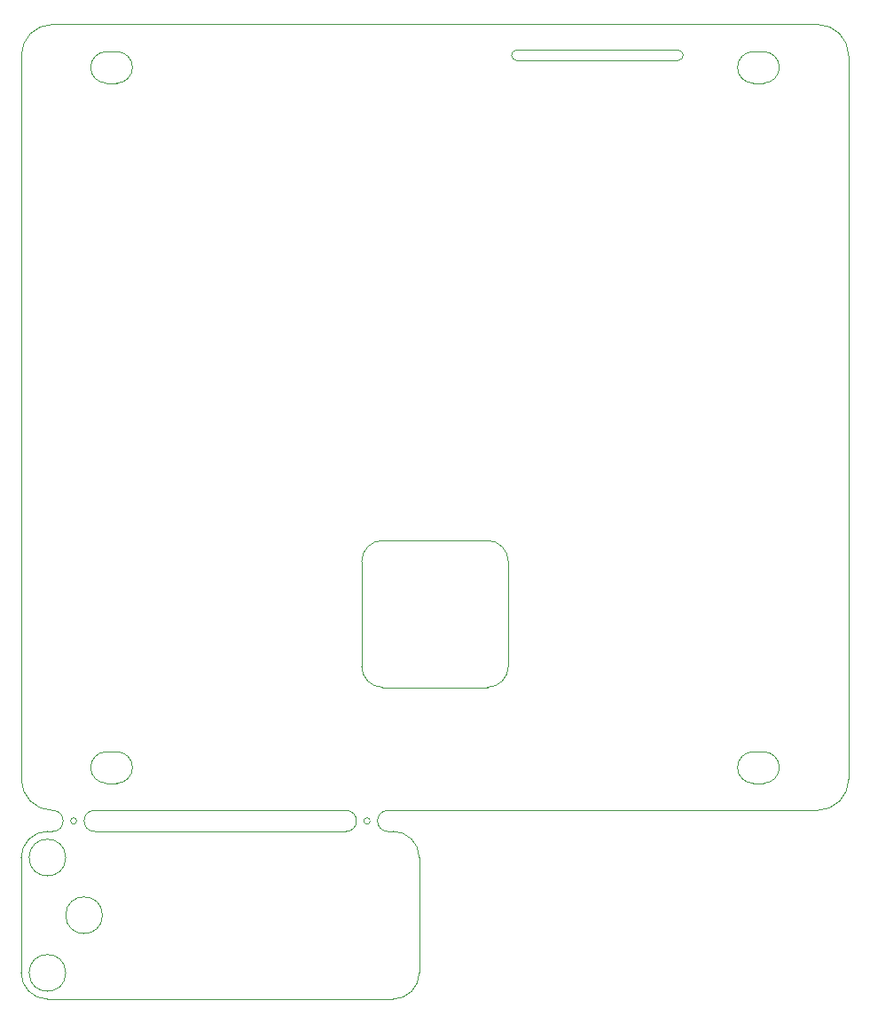
<source format=gbr>
%TF.GenerationSoftware,KiCad,Pcbnew,8.0.2*%
%TF.CreationDate,2024-05-31T14:04:31+07:00*%
%TF.ProjectId,WeatherStation,57656174-6865-4725-9374-6174696f6e2e,rev?*%
%TF.SameCoordinates,Original*%
%TF.FileFunction,Profile,NP*%
%FSLAX46Y46*%
G04 Gerber Fmt 4.6, Leading zero omitted, Abs format (unit mm)*
G04 Created by KiCad (PCBNEW 8.0.2) date 2024-05-31 14:04:31*
%MOMM*%
%LPD*%
G01*
G04 APERTURE LIST*
%TA.AperFunction,Profile*%
%ADD10C,0.100000*%
%TD*%
%TA.AperFunction,Profile*%
%ADD11C,0.010000*%
%TD*%
G04 APERTURE END LIST*
D10*
X199500900Y-98500000D02*
X200500000Y-98500000D01*
X194375000Y-104100000D02*
G75*
G02*
X194375000Y-106100000I0J-1000000D01*
G01*
X259750000Y-33200000D02*
G75*
G02*
X261249200Y-31700000I1500000J0D01*
G01*
X193875000Y-122100000D02*
X226874802Y-122100000D01*
X262250000Y-31700000D02*
G75*
G02*
X263750000Y-33199201I0J-1500000D01*
G01*
X224674902Y-105100000D02*
G75*
G02*
X224074902Y-105100000I-300000J0D01*
G01*
X224074902Y-105100000D02*
G75*
G02*
X224674902Y-105100000I300000J0D01*
G01*
X200500000Y-31700000D02*
G75*
G02*
X202000000Y-33199201I0J-1500000D01*
G01*
X199500000Y-34700000D02*
G75*
G02*
X198000000Y-33200800I0J1500000D01*
G01*
X222374902Y-104100000D02*
G75*
G02*
X222374902Y-106100000I-2J-1000000D01*
G01*
X229374902Y-119600000D02*
X229374902Y-108600000D01*
X200500000Y-98500000D02*
G75*
G02*
X202000000Y-99999201I0J-1500000D01*
G01*
X229374802Y-119599999D02*
G75*
G02*
X226874802Y-122100002I-2500002J-1D01*
G01*
X259750000Y-100000000D02*
G75*
G02*
X261249200Y-98500000I1500000J0D01*
G01*
X196675000Y-105100000D02*
G75*
G02*
X196075000Y-105100000I-300000J0D01*
G01*
X196075000Y-105100000D02*
G75*
G02*
X196675000Y-105100000I300000J0D01*
G01*
X226374902Y-104100000D02*
X267375000Y-104100000D01*
X223874999Y-80350000D02*
X223874999Y-90350000D01*
X199500900Y-31700000D02*
X200500000Y-31700000D01*
X270375000Y-101099900D02*
X270375000Y-32100000D01*
X261250000Y-101500000D02*
X262250000Y-101500000D01*
X254571348Y-32050000D02*
G75*
G02*
X254071348Y-32550048I-500048J0D01*
G01*
X198375000Y-104100000D02*
X222374902Y-104100000D01*
X263750000Y-33200001D02*
G75*
G02*
X262250800Y-34700000I-1500000J1D01*
G01*
X202000000Y-100000001D02*
G75*
G02*
X200500800Y-101500000I-1500000J1D01*
G01*
X235874999Y-78349999D02*
G75*
G02*
X237875001Y-80350001I1J-2000001D01*
G01*
X198375000Y-106100000D02*
G75*
G02*
X198375000Y-104100000I0J1000000D01*
G01*
X194375000Y-106100000D02*
X193875000Y-106100000D01*
D11*
X195625001Y-119600000D02*
G75*
G02*
X192125001Y-119600000I-1750000J0D01*
G01*
X192125001Y-119600000D02*
G75*
G02*
X195625001Y-119600000I1750000J0D01*
G01*
D10*
X235874999Y-78349999D02*
X225875000Y-78349999D01*
X261250900Y-31700000D02*
X262250000Y-31700000D01*
X237875001Y-90350000D02*
G75*
G02*
X235875000Y-92350001I-2000001J0D01*
G01*
X199500000Y-101500000D02*
X200500000Y-101500000D01*
X261250000Y-34700000D02*
G75*
G02*
X259750000Y-33200800I0J1500000D01*
G01*
X270375000Y-101100000D02*
G75*
G02*
X267375000Y-104100000I-3000000J0D01*
G01*
X191375000Y-108600000D02*
G75*
G02*
X193875000Y-106100000I2500000J0D01*
G01*
X254071348Y-32550000D02*
X238674901Y-32550000D01*
X226874901Y-106100000D02*
G75*
G02*
X229374900Y-108600000I-1J-2500000D01*
G01*
X199500000Y-34700000D02*
X200500000Y-34700000D01*
X238174901Y-32050000D02*
G75*
G02*
X238674901Y-31550001I499999J0D01*
G01*
X191375000Y-32100000D02*
G75*
G02*
X194375000Y-29100000I3000000J0D01*
G01*
D11*
X199125001Y-114100000D02*
G75*
G02*
X195625001Y-114100000I-1750000J0D01*
G01*
X195625001Y-114100000D02*
G75*
G02*
X199125001Y-114100000I1750000J0D01*
G01*
D10*
X198000000Y-33200000D02*
G75*
G02*
X199499200Y-31700000I1500000J0D01*
G01*
X262250000Y-98500000D02*
G75*
G02*
X263750000Y-99999201I0J-1500000D01*
G01*
X226374902Y-106100000D02*
G75*
G02*
X226374902Y-104100000I-2J1000000D01*
G01*
X199500000Y-101500000D02*
G75*
G02*
X198000000Y-100000800I0J1500000D01*
G01*
X225875000Y-92350001D02*
G75*
G02*
X223874999Y-90350000I0J2000001D01*
G01*
X198000000Y-100000000D02*
G75*
G02*
X199499200Y-98500000I1500000J0D01*
G01*
X193875001Y-122100800D02*
G75*
G02*
X191375000Y-119600800I-1J2500000D01*
G01*
X238674901Y-31550000D02*
X254071348Y-31550000D01*
X223874999Y-80350000D02*
G75*
G02*
X225875000Y-78349999I2000001J0D01*
G01*
X261250000Y-34700000D02*
X262250000Y-34700000D01*
D11*
X195625000Y-108600000D02*
G75*
G02*
X192125000Y-108600000I-1750000J0D01*
G01*
X192125000Y-108600000D02*
G75*
G02*
X195625000Y-108600000I1750000J0D01*
G01*
D10*
X191375000Y-119600000D02*
X191375000Y-108600000D01*
X225875000Y-92350001D02*
X235875000Y-92350001D01*
X191375000Y-101099900D02*
X191375000Y-32100000D01*
X202000000Y-33200001D02*
G75*
G02*
X200500800Y-34700000I-1500000J1D01*
G01*
X194375000Y-104100000D02*
G75*
G02*
X191375000Y-101100000I0J3000000D01*
G01*
X194375000Y-29100000D02*
X267375000Y-29100000D01*
X261250900Y-98500000D02*
X262250000Y-98500000D01*
X237875001Y-90350000D02*
X237875000Y-80350001D01*
X198375000Y-106100000D02*
X222374902Y-106100000D01*
X263750000Y-100000001D02*
G75*
G02*
X262250800Y-101500000I-1500000J1D01*
G01*
X238674901Y-32550000D02*
G75*
G02*
X238174900Y-32050000I-1J500000D01*
G01*
X261250000Y-101500000D02*
G75*
G02*
X259750000Y-100000800I0J1500000D01*
G01*
X254071348Y-31550000D02*
G75*
G02*
X254571300Y-32050000I-48J-500000D01*
G01*
X226874901Y-106100000D02*
X226374902Y-106100000D01*
X267375000Y-29100000D02*
G75*
G02*
X270375000Y-32100000I0J-3000000D01*
G01*
M02*

</source>
